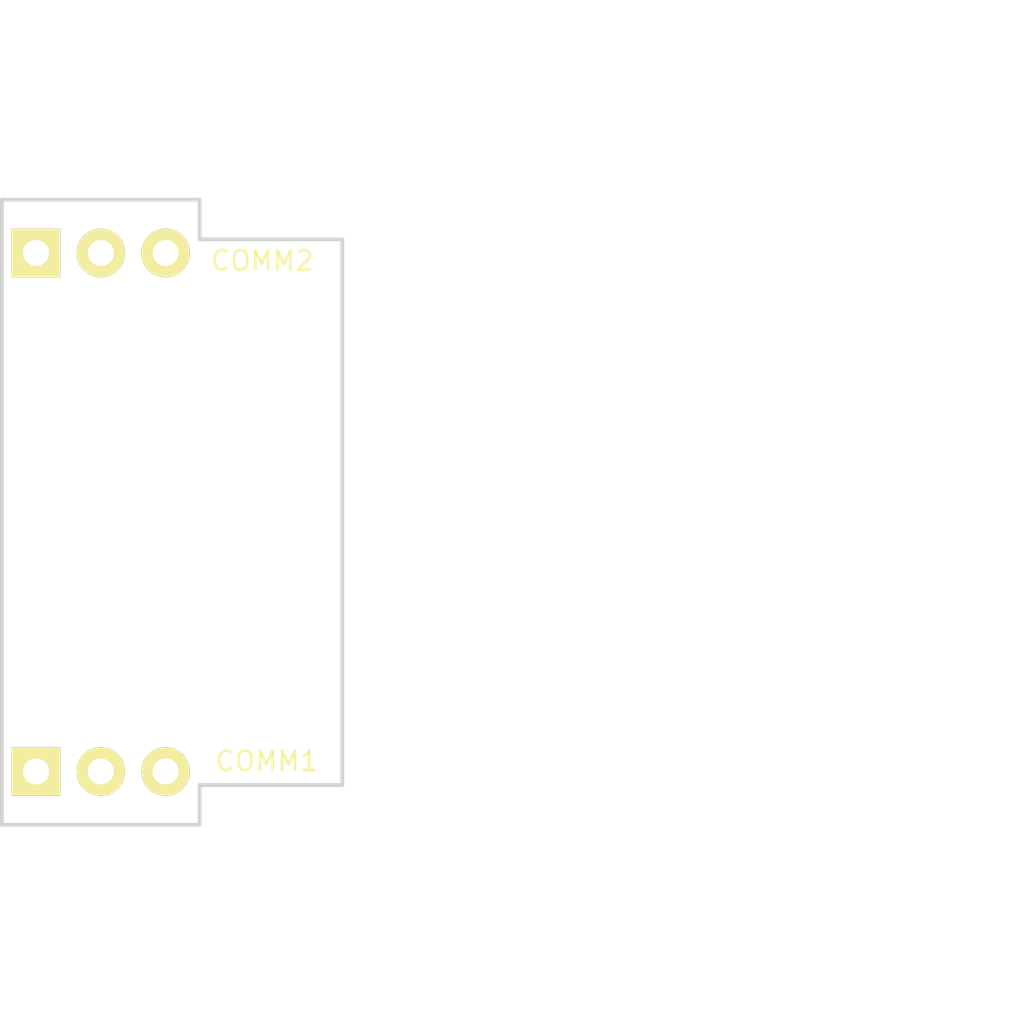
<source format=kicad_pcb>
(kicad_pcb (version 3) (host pcbnew "(2013-mar-13)-stable")

  (general
    (links 0)
    (no_connects 0)
    (area 142.085561 67.174999 182.325001 107.325001)
    (thickness 1.6)
    (drawings 21)
    (tracks 0)
    (zones 0)
    (modules 2)
    (nets 7)
  )

  (page A4)
  (title_block
    (title "TAG 24LR")
    (rev 0.1)
    (company Agilack)
  )

  (layers
    (15 F.Cu signal)
    (0 B.Cu signal)
    (16 B.Adhes user)
    (17 F.Adhes user)
    (18 B.Paste user)
    (19 F.Paste user)
    (20 B.SilkS user)
    (21 F.SilkS user)
    (22 B.Mask user)
    (23 F.Mask user)
    (24 Dwgs.User user)
    (25 Cmts.User user)
    (26 Eco1.User user)
    (27 Eco2.User user)
    (28 Edge.Cuts user)
  )

  (setup
    (last_trace_width 0.254)
    (user_trace_width 0.1524)
    (user_trace_width 0.2)
    (user_trace_width 0.2032)
    (user_trace_width 0.3048)
    (trace_clearance 0.1524)
    (zone_clearance 0.2032)
    (zone_45_only no)
    (trace_min 0.1524)
    (segment_width 0.15)
    (edge_width 0.15)
    (via_size 0.889)
    (via_drill 0.635)
    (via_min_size 0.7112)
    (via_min_drill 0.3048)
    (user_via 0.7112 0.3048)
    (uvia_size 0.508)
    (uvia_drill 0.127)
    (uvias_allowed no)
    (uvia_min_size 0.508)
    (uvia_min_drill 0.127)
    (pcb_text_width 0.3)
    (pcb_text_size 1.5 1.5)
    (mod_edge_width 0.15)
    (mod_text_size 1.5 1.5)
    (mod_text_width 0.15)
    (pad_size 1.905 1.905)
    (pad_drill 1.016)
    (pad_to_mask_clearance 0.2)
    (aux_axis_origin 0 0)
    (visible_elements 7FFFFFFF)
    (pcbplotparams
      (layerselection 283934721)
      (usegerberextensions true)
      (excludeedgelayer true)
      (linewidth 0.100000)
      (plotframeref false)
      (viasonmask false)
      (mode 1)
      (useauxorigin false)
      (hpglpennumber 1)
      (hpglpenspeed 20)
      (hpglpendiameter 15)
      (hpglpenoverlay 2)
      (psnegative false)
      (psa4output false)
      (plotreference true)
      (plotvalue true)
      (plotothertext true)
      (plotinvisibletext false)
      (padsonsilk false)
      (subtractmaskfromsilk false)
      (outputformat 1)
      (mirror false)
      (drillshape 0)
      (scaleselection 1)
      (outputdirectory ../prod/))
  )

  (net 0 "")
  (net 1 N-000001)
  (net 2 N-000002)
  (net 3 N-000003)
  (net 4 N-000004)
  (net 5 N-000005)
  (net 6 N-000006)

  (net_class Default "This is the default net class."
    (clearance 0.1524)
    (trace_width 0.254)
    (via_dia 0.889)
    (via_drill 0.635)
    (uvia_dia 0.508)
    (uvia_drill 0.127)
    (add_net "")
    (add_net N-000001)
    (add_net N-000002)
    (add_net N-000003)
    (add_net N-000004)
    (add_net N-000005)
    (add_net N-000006)
  )

  (module CONN_3 (layer F.Cu) (tedit 55A0E729) (tstamp 55A0E687)
    (at 146.125 97.41)
    (path /55A0E64D)
    (fp_text reference COMM1 (at 6.5036 -0.4074) (layer F.SilkS)
      (effects (font (size 0.762 0.762) (thickness 0.1016)))
    )
    (fp_text value CONN_3 (at 0 0) (layer F.SilkS) hide
      (effects (font (size 0.20066 0.20066) (thickness 0.050165)))
    )
    (pad 3 thru_hole circle (at 2.54 0) (size 1.905 1.905) (drill 1.016)
      (layers *.Cu *.Mask F.SilkS)
      (net 3 N-000003)
    )
    (pad 2 thru_hole circle (at 0 0) (size 1.905 1.905) (drill 1.016)
      (layers *.Cu *.Mask F.SilkS)
      (net 2 N-000002)
    )
    (pad 1 thru_hole rect (at -2.54 0) (size 1.905 1.905) (drill 1.016)
      (layers *.Cu *.Mask F.SilkS)
      (net 1 N-000001)
    )
  )

  (module CONN_3 (layer F.Cu) (tedit 55A0E724) (tstamp 55A0E68E)
    (at 146.125 77.09)
    (path /55A0E661)
    (fp_text reference COMM2 (at 6.3258 0.3038) (layer F.SilkS)
      (effects (font (size 0.762 0.762) (thickness 0.1016)))
    )
    (fp_text value CONN_3 (at 0 0) (layer F.SilkS) hide
      (effects (font (size 0.20066 0.20066) (thickness 0.050165)))
    )
    (pad 3 thru_hole circle (at 2.54 0) (size 1.905 1.905) (drill 1.016)
      (layers *.Cu *.Mask F.SilkS)
      (net 6 N-000006)
    )
    (pad 2 thru_hole circle (at 0 0) (size 1.905 1.905) (drill 1.016)
      (layers *.Cu *.Mask F.SilkS)
      (net 5 N-000005)
    )
    (pad 1 thru_hole rect (at -2.54 0) (size 1.905 1.905) (drill 1.016)
      (layers *.Cu *.Mask F.SilkS)
      (net 4 N-000004)
    )
  )

  (gr_line (start 150 75) (end 150 76.5556) (angle 90) (layer Edge.Cuts) (width 0.15))
  (gr_line (start 150 99.5) (end 150 97.9444) (angle 90) (layer Edge.Cuts) (width 0.15))
  (gr_line (start 150 97.9444) (end 155.59 97.9444) (angle 90) (layer Edge.Cuts) (width 0.15))
  (gr_line (start 150 76.5556) (end 155.59 76.5556) (angle 90) (layer Edge.Cuts) (width 0.15))
  (gr_line (start 155.59 76.5556) (end 155.59 97.9444) (angle 90) (layer Edge.Cuts) (width 0.15))
  (gr_line (start 155.829 94.1324) (end 155.829 80.3148) (angle 90) (layer Dwgs.User) (width 0.2))
  (gr_line (start 168.7068 94.1324) (end 155.829 94.1324) (angle 90) (layer Dwgs.User) (width 0.2))
  (gr_line (start 168.7068 80.3148) (end 168.7068 94.1324) (angle 90) (layer Dwgs.User) (width 0.2))
  (gr_line (start 155.829 80.3148) (end 168.7068 80.3148) (angle 90) (layer Dwgs.User) (width 0.2))
  (gr_line (start 174.5 99.5) (end 174.5 107.25) (angle 90) (layer Dwgs.User) (width 0.15))
  (gr_line (start 174.5 99.5) (end 182.25 99.5) (angle 90) (layer Dwgs.User) (width 0.15))
  (gr_line (start 150 99.5) (end 150 107.25) (angle 90) (layer Dwgs.User) (width 0.15))
  (gr_line (start 150 107.25) (end 174.5 107.25) (angle 90) (layer Dwgs.User) (width 0.15))
  (gr_line (start 174.5 75) (end 182.25 75) (angle 90) (layer Dwgs.User) (width 0.15))
  (gr_line (start 182.25 75) (end 182.25 99.5) (angle 90) (layer Dwgs.User) (width 0.15))
  (gr_line (start 174.5 67.25) (end 174.5 75) (angle 90) (layer Dwgs.User) (width 0.15))
  (gr_line (start 150 67.25) (end 150 75) (angle 90) (layer Dwgs.User) (width 0.15))
  (gr_line (start 150 67.25) (end 174.5 67.25) (angle 90) (layer Dwgs.User) (width 0.15))
  (gr_line (start 142.25 99.5) (end 150 99.5) (angle 90) (layer Edge.Cuts) (width 0.15))
  (gr_line (start 142.25 75) (end 150 75) (angle 90) (layer Edge.Cuts) (width 0.15))
  (gr_line (start 142.25 75) (end 142.25 99.5) (angle 90) (layer Edge.Cuts) (width 0.15))

)

</source>
